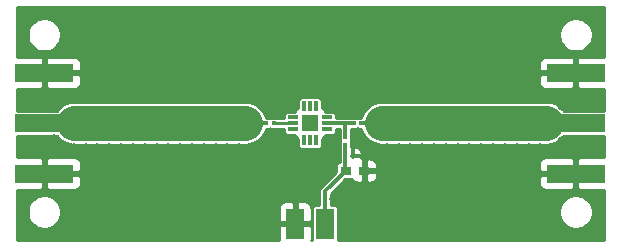
<source format=gbr>
%TF.GenerationSoftware,KiCad,Pcbnew,(5.1.6)-1*%
%TF.CreationDate,2020-10-24T11:52:24+02:00*%
%TF.ProjectId,MW_amplifier,4d575f61-6d70-46c6-9966-6965722e6b69,rev?*%
%TF.SameCoordinates,Original*%
%TF.FileFunction,Copper,L1,Top*%
%TF.FilePolarity,Positive*%
%FSLAX46Y46*%
G04 Gerber Fmt 4.6, Leading zero omitted, Abs format (unit mm)*
G04 Created by KiCad (PCBNEW (5.1.6)-1) date 2020-10-24 11:52:24*
%MOMM*%
%LPD*%
G01*
G04 APERTURE LIST*
%TA.AperFunction,ComponentPad*%
%ADD10R,1.524000X2.540000*%
%TD*%
%TA.AperFunction,SMDPad,CuDef*%
%ADD11R,0.300000X0.300000*%
%TD*%
%TA.AperFunction,SMDPad,CuDef*%
%ADD12R,5.000000X1.500000*%
%TD*%
%TA.AperFunction,SMDPad,CuDef*%
%ADD13R,5.600000X1.500000*%
%TD*%
%TA.AperFunction,SMDPad,CuDef*%
%ADD14R,1.450000X1.450000*%
%TD*%
%TA.AperFunction,SMDPad,CuDef*%
%ADD15R,0.300000X0.850000*%
%TD*%
%TA.AperFunction,SMDPad,CuDef*%
%ADD16R,0.850000X0.300000*%
%TD*%
%TA.AperFunction,SMDPad,CuDef*%
%ADD17R,0.960000X0.800000*%
%TD*%
%TA.AperFunction,ViaPad*%
%ADD18C,0.800000*%
%TD*%
%TA.AperFunction,Conductor*%
%ADD19C,0.250000*%
%TD*%
%TA.AperFunction,Conductor*%
%ADD20C,2.982190*%
%TD*%
%TA.AperFunction,Conductor*%
%ADD21C,0.300000*%
%TD*%
%TA.AperFunction,Conductor*%
%ADD22C,0.254000*%
%TD*%
G04 APERTURE END LIST*
D10*
%TO.P,T1,2*%
%TO.N,GND*%
X148730000Y-108500000D03*
%TO.P,T1,1*%
%TO.N,+5V*%
X151270000Y-108500000D03*
%TD*%
D11*
%TO.P,L1,2*%
%TO.N,Net-(C4-Pad1)*%
X153000000Y-101200000D03*
%TO.P,L1,1*%
%TO.N,+5V*%
X153000000Y-101800000D03*
%TD*%
D12*
%TO.P,J2,2*%
%TO.N,GND*%
X172500000Y-104260000D03*
X172500000Y-95740000D03*
D13*
%TO.P,J2,1*%
%TO.N,Net-(C4-Pad2)*%
X172200000Y-100000000D03*
%TD*%
D12*
%TO.P,J1,2*%
%TO.N,GND*%
X127500000Y-95740000D03*
X127500000Y-104260000D03*
D13*
%TO.P,J1,1*%
%TO.N,Net-(C1-Pad1)*%
X127800000Y-100000000D03*
%TD*%
D14*
%TO.P,PMA3,13*%
%TO.N,GND*%
X150000000Y-100000000D03*
D15*
%TO.P,PMA3,12*%
%TO.N,Net-(IC1-Pad12)*%
X149490000Y-98550000D03*
%TO.P,PMA3,11*%
%TO.N,Net-(IC1-Pad11)*%
X150000000Y-98550000D03*
%TO.P,PMA3,10*%
%TO.N,Net-(IC1-Pad10)*%
X150510000Y-98550000D03*
D16*
%TO.P,PMA3,9*%
%TO.N,Net-(IC1-Pad9)*%
X151450000Y-99490000D03*
%TO.P,PMA3,8*%
%TO.N,Net-(C4-Pad1)*%
X151450000Y-100000000D03*
%TO.P,PMA3,7*%
%TO.N,Net-(IC1-Pad7)*%
X151450000Y-100510000D03*
D15*
%TO.P,PMA3,6*%
%TO.N,Net-(IC1-Pad6)*%
X150510000Y-101450000D03*
%TO.P,PMA3,5*%
%TO.N,Net-(IC1-Pad5)*%
X150000000Y-101450000D03*
%TO.P,PMA3,4*%
%TO.N,Net-(IC1-Pad4)*%
X149490000Y-101450000D03*
D16*
%TO.P,PMA3,3*%
%TO.N,Net-(IC1-Pad3)*%
X148550000Y-100510000D03*
%TO.P,PMA3,2*%
%TO.N,Net-(C1-Pad2)*%
X148550000Y-100000000D03*
%TO.P,PMA3,1*%
%TO.N,Net-(IC1-Pad1)*%
X148550000Y-99490000D03*
%TD*%
D11*
%TO.P,C4,2*%
%TO.N,Net-(C4-Pad2)*%
X154300000Y-100000000D03*
%TO.P,C4,1*%
%TO.N,Net-(C4-Pad1)*%
X153700000Y-100000000D03*
%TD*%
%TO.P,C3,2*%
%TO.N,GND*%
X153600000Y-102743000D03*
%TO.P,C3,1*%
%TO.N,+5V*%
X153000000Y-102743000D03*
%TD*%
D17*
%TO.P,C2,2*%
%TO.N,GND*%
X154587000Y-104013000D03*
%TO.P,C2,1*%
%TO.N,+5V*%
X153007000Y-104013000D03*
%TD*%
D11*
%TO.P,C1,2*%
%TO.N,Net-(C1-Pad2)*%
X146908800Y-99999800D03*
%TO.P,C1,1*%
%TO.N,Net-(C1-Pad1)*%
X146308800Y-99999800D03*
%TD*%
D18*
%TO.N,GND*%
X148750000Y-107600000D03*
X131000000Y-102100000D03*
X149987000Y-100050600D03*
X132000000Y-102100000D03*
X133000000Y-102100000D03*
X134000000Y-102100000D03*
X135000000Y-102100000D03*
X136000000Y-102100000D03*
X137000000Y-102100000D03*
X138000000Y-102100000D03*
X139000000Y-102100000D03*
X140000000Y-102100000D03*
X141000000Y-102100000D03*
X142000000Y-102100000D03*
X143000000Y-102100000D03*
X144000000Y-102100000D03*
X145000000Y-102100000D03*
X130000000Y-102100000D03*
X129100000Y-101900000D03*
X128350000Y-101350000D03*
X128350000Y-98650000D03*
X129100000Y-98100000D03*
X130000000Y-97900000D03*
X131000000Y-97900000D03*
X132000000Y-97900000D03*
X133000000Y-97900000D03*
X134000000Y-97900000D03*
X135000000Y-97900000D03*
X136000000Y-97900000D03*
X137000000Y-97900000D03*
X138000000Y-97900000D03*
X139000000Y-97900000D03*
X140000000Y-97900000D03*
X141000000Y-97900000D03*
X142000000Y-97900000D03*
X143000000Y-97900000D03*
X144000000Y-97900000D03*
X145000000Y-97900000D03*
X145900000Y-98400000D03*
X146500000Y-99200000D03*
X145900000Y-101600000D03*
X146500000Y-100800000D03*
X147400000Y-100800000D03*
X147400000Y-99200000D03*
X147400000Y-101800000D03*
X147400000Y-98200000D03*
X148200000Y-97400000D03*
X148200000Y-102600000D03*
X149200000Y-102600000D03*
X150200000Y-102600000D03*
X151200000Y-102600000D03*
X152200000Y-102600000D03*
X149200000Y-97400000D03*
X150200000Y-97400000D03*
X151200000Y-97400000D03*
X152200000Y-97400000D03*
X152700000Y-98200000D03*
X152900000Y-99200000D03*
X153900000Y-99200000D03*
X154600000Y-98500000D03*
X155500000Y-97900000D03*
X156500000Y-97900000D03*
X153900000Y-100800000D03*
X161500000Y-97900000D03*
X157500000Y-97900000D03*
X158500000Y-97900000D03*
X164500000Y-97900000D03*
X159500000Y-97900000D03*
X160500000Y-97900000D03*
X165500000Y-97900000D03*
X162500000Y-97900000D03*
X163500000Y-97900000D03*
X169500000Y-97900000D03*
X170500000Y-97900000D03*
X166500000Y-97900000D03*
X167500000Y-97900000D03*
X168500000Y-97900000D03*
X166500000Y-102100000D03*
X169500000Y-102100000D03*
X167500000Y-102100000D03*
X165500000Y-102100000D03*
X162500000Y-102100000D03*
X163500000Y-102100000D03*
X168500000Y-102100000D03*
X170500000Y-102100000D03*
X164500000Y-102100000D03*
X159500000Y-102100000D03*
X160500000Y-102100000D03*
X161500000Y-102100000D03*
X157500000Y-102100000D03*
X158500000Y-102100000D03*
X156500000Y-102100000D03*
X155500000Y-102100000D03*
X154600000Y-101500000D03*
X171300000Y-98500000D03*
X171300000Y-101500000D03*
X151900000Y-103500000D03*
X151500000Y-104400000D03*
X150700000Y-105200000D03*
X150500000Y-106400000D03*
X152050000Y-106400000D03*
X152600000Y-105550000D03*
X153450000Y-105050000D03*
X154700000Y-102700000D03*
X154600000Y-105200000D03*
X155800000Y-105000000D03*
X155850000Y-104000000D03*
X155850000Y-103000000D03*
X127500000Y-95740000D03*
X127500000Y-104260000D03*
X172450000Y-104260000D03*
X172500000Y-95740000D03*
%TD*%
D19*
%TO.N,Net-(C1-Pad2)*%
X148549800Y-99999800D02*
X148550000Y-100000000D01*
X146908800Y-99999800D02*
X148549800Y-99999800D01*
D20*
%TO.N,Net-(C1-Pad1)*%
X130000000Y-100000000D02*
X144500000Y-100000000D01*
D21*
X146308600Y-100000000D02*
X146308800Y-99999800D01*
X144000000Y-100000000D02*
X146308600Y-100000000D01*
%TO.N,+5V*%
X153000000Y-101800000D02*
X153000000Y-102743000D01*
X153000000Y-104006000D02*
X153007000Y-104013000D01*
X153000000Y-102743000D02*
X153000000Y-104006000D01*
X151270000Y-105750000D02*
X153007000Y-104013000D01*
X151270000Y-108500000D02*
X151270000Y-105750000D01*
D20*
%TO.N,Net-(C4-Pad2)*%
X170000000Y-100000000D02*
X156100000Y-100000000D01*
D21*
X154300000Y-100000000D02*
X156100000Y-100000000D01*
D19*
%TO.N,Net-(C4-Pad1)*%
X151450200Y-99999800D02*
X151450000Y-100000000D01*
D21*
X153000000Y-100016000D02*
X152984000Y-100000000D01*
X153000000Y-101200000D02*
X153000000Y-100016000D01*
X151450000Y-100000000D02*
X152984000Y-100000000D01*
X152984000Y-100000000D02*
X153700000Y-100000000D01*
%TD*%
D22*
%TO.N,GND*%
G36*
X154024257Y-100453570D02*
G01*
X154085897Y-100472268D01*
X154150000Y-100478582D01*
X154345273Y-100478582D01*
X154412173Y-100699121D01*
X154580996Y-101014966D01*
X154808193Y-101291807D01*
X155085034Y-101519004D01*
X155400879Y-101687827D01*
X155743591Y-101791788D01*
X156010692Y-101818095D01*
X170089308Y-101818095D01*
X170356409Y-101791788D01*
X170699121Y-101687827D01*
X171014966Y-101519004D01*
X171291807Y-101291807D01*
X171466796Y-101078582D01*
X174848001Y-101078582D01*
X174848001Y-102872139D01*
X172785750Y-102875000D01*
X172627000Y-103033750D01*
X172627000Y-104133000D01*
X172647000Y-104133000D01*
X172647000Y-104387000D01*
X172627000Y-104387000D01*
X172627000Y-105486250D01*
X172785750Y-105645000D01*
X174848001Y-105647861D01*
X174848001Y-109848000D01*
X152350052Y-109848000D01*
X152354268Y-109834103D01*
X152360582Y-109770000D01*
X152360582Y-107360620D01*
X171084847Y-107360620D01*
X171084847Y-107639380D01*
X171139231Y-107912785D01*
X171245908Y-108170326D01*
X171400779Y-108402107D01*
X171597893Y-108599221D01*
X171829674Y-108754092D01*
X172087215Y-108860769D01*
X172360620Y-108915153D01*
X172639380Y-108915153D01*
X172912785Y-108860769D01*
X173170326Y-108754092D01*
X173402107Y-108599221D01*
X173599221Y-108402107D01*
X173754092Y-108170326D01*
X173860769Y-107912785D01*
X173915153Y-107639380D01*
X173915153Y-107360620D01*
X173860769Y-107087215D01*
X173754092Y-106829674D01*
X173599221Y-106597893D01*
X173402107Y-106400779D01*
X173170326Y-106245908D01*
X172912785Y-106139231D01*
X172639380Y-106084847D01*
X172360620Y-106084847D01*
X172087215Y-106139231D01*
X171829674Y-106245908D01*
X171597893Y-106400779D01*
X171400779Y-106597893D01*
X171245908Y-106829674D01*
X171139231Y-107087215D01*
X171084847Y-107360620D01*
X152360582Y-107360620D01*
X152360582Y-107230000D01*
X152354268Y-107165897D01*
X152335570Y-107104257D01*
X152305206Y-107047450D01*
X152264343Y-106997657D01*
X152214550Y-106956794D01*
X152157743Y-106926430D01*
X152096103Y-106907732D01*
X152032000Y-106901418D01*
X151747000Y-106901418D01*
X151747000Y-105947579D01*
X152952998Y-104741582D01*
X153487000Y-104741582D01*
X153551103Y-104735268D01*
X153558103Y-104733145D01*
X153576463Y-104767494D01*
X153655815Y-104864185D01*
X153752506Y-104943537D01*
X153862820Y-105002502D01*
X153982518Y-105038812D01*
X154107000Y-105051072D01*
X154301250Y-105048000D01*
X154460000Y-104889250D01*
X154460000Y-104140000D01*
X154714000Y-104140000D01*
X154714000Y-104889250D01*
X154872750Y-105048000D01*
X155067000Y-105051072D01*
X155191482Y-105038812D01*
X155286462Y-105010000D01*
X169361928Y-105010000D01*
X169374188Y-105134482D01*
X169410498Y-105254180D01*
X169469463Y-105364494D01*
X169548815Y-105461185D01*
X169645506Y-105540537D01*
X169755820Y-105599502D01*
X169875518Y-105635812D01*
X170000000Y-105648072D01*
X172214250Y-105645000D01*
X172373000Y-105486250D01*
X172373000Y-104387000D01*
X169523750Y-104387000D01*
X169365000Y-104545750D01*
X169361928Y-105010000D01*
X155286462Y-105010000D01*
X155311180Y-105002502D01*
X155421494Y-104943537D01*
X155518185Y-104864185D01*
X155597537Y-104767494D01*
X155656502Y-104657180D01*
X155692812Y-104537482D01*
X155705072Y-104413000D01*
X155702000Y-104298750D01*
X155543250Y-104140000D01*
X154714000Y-104140000D01*
X154460000Y-104140000D01*
X154440000Y-104140000D01*
X154440000Y-103886000D01*
X154460000Y-103886000D01*
X154460000Y-103136750D01*
X154714000Y-103136750D01*
X154714000Y-103886000D01*
X155543250Y-103886000D01*
X155702000Y-103727250D01*
X155705072Y-103613000D01*
X155694928Y-103510000D01*
X169361928Y-103510000D01*
X169365000Y-103974250D01*
X169523750Y-104133000D01*
X172373000Y-104133000D01*
X172373000Y-103033750D01*
X172214250Y-102875000D01*
X170000000Y-102871928D01*
X169875518Y-102884188D01*
X169755820Y-102920498D01*
X169645506Y-102979463D01*
X169548815Y-103058815D01*
X169469463Y-103155506D01*
X169410498Y-103265820D01*
X169374188Y-103385518D01*
X169361928Y-103510000D01*
X155694928Y-103510000D01*
X155692812Y-103488518D01*
X155656502Y-103368820D01*
X155597537Y-103258506D01*
X155518185Y-103161815D01*
X155421494Y-103082463D01*
X155311180Y-103023498D01*
X155191482Y-102987188D01*
X155067000Y-102974928D01*
X154872750Y-102978000D01*
X154714000Y-103136750D01*
X154460000Y-103136750D01*
X154366992Y-103043742D01*
X154379676Y-102996171D01*
X154385000Y-102924750D01*
X154226250Y-102766000D01*
X153623000Y-102766000D01*
X153623000Y-102890000D01*
X153577000Y-102890000D01*
X153577000Y-102766000D01*
X153478582Y-102766000D01*
X153478582Y-102720000D01*
X153577000Y-102720000D01*
X153577000Y-102116750D01*
X153623000Y-102116750D01*
X153623000Y-102720000D01*
X154226250Y-102720000D01*
X154385000Y-102561250D01*
X154379676Y-102489829D01*
X154347449Y-102368967D01*
X154292263Y-102256716D01*
X154216237Y-102157387D01*
X154122295Y-102074799D01*
X154014045Y-102012125D01*
X153895649Y-101971773D01*
X153781750Y-101958000D01*
X153623000Y-102116750D01*
X153577000Y-102116750D01*
X153477000Y-102016750D01*
X153477000Y-101966061D01*
X153478582Y-101950000D01*
X153478582Y-101650000D01*
X153472268Y-101585897D01*
X153453570Y-101524257D01*
X153440604Y-101500000D01*
X153453570Y-101475743D01*
X153472268Y-101414103D01*
X153478582Y-101350000D01*
X153478582Y-101050000D01*
X153477000Y-101033939D01*
X153477000Y-100477000D01*
X153533939Y-100477000D01*
X153550000Y-100478582D01*
X153850000Y-100478582D01*
X153914103Y-100472268D01*
X153975743Y-100453570D01*
X154000000Y-100440604D01*
X154024257Y-100453570D01*
G37*
X154024257Y-100453570D02*
X154085897Y-100472268D01*
X154150000Y-100478582D01*
X154345273Y-100478582D01*
X154412173Y-100699121D01*
X154580996Y-101014966D01*
X154808193Y-101291807D01*
X155085034Y-101519004D01*
X155400879Y-101687827D01*
X155743591Y-101791788D01*
X156010692Y-101818095D01*
X170089308Y-101818095D01*
X170356409Y-101791788D01*
X170699121Y-101687827D01*
X171014966Y-101519004D01*
X171291807Y-101291807D01*
X171466796Y-101078582D01*
X174848001Y-101078582D01*
X174848001Y-102872139D01*
X172785750Y-102875000D01*
X172627000Y-103033750D01*
X172627000Y-104133000D01*
X172647000Y-104133000D01*
X172647000Y-104387000D01*
X172627000Y-104387000D01*
X172627000Y-105486250D01*
X172785750Y-105645000D01*
X174848001Y-105647861D01*
X174848001Y-109848000D01*
X152350052Y-109848000D01*
X152354268Y-109834103D01*
X152360582Y-109770000D01*
X152360582Y-107360620D01*
X171084847Y-107360620D01*
X171084847Y-107639380D01*
X171139231Y-107912785D01*
X171245908Y-108170326D01*
X171400779Y-108402107D01*
X171597893Y-108599221D01*
X171829674Y-108754092D01*
X172087215Y-108860769D01*
X172360620Y-108915153D01*
X172639380Y-108915153D01*
X172912785Y-108860769D01*
X173170326Y-108754092D01*
X173402107Y-108599221D01*
X173599221Y-108402107D01*
X173754092Y-108170326D01*
X173860769Y-107912785D01*
X173915153Y-107639380D01*
X173915153Y-107360620D01*
X173860769Y-107087215D01*
X173754092Y-106829674D01*
X173599221Y-106597893D01*
X173402107Y-106400779D01*
X173170326Y-106245908D01*
X172912785Y-106139231D01*
X172639380Y-106084847D01*
X172360620Y-106084847D01*
X172087215Y-106139231D01*
X171829674Y-106245908D01*
X171597893Y-106400779D01*
X171400779Y-106597893D01*
X171245908Y-106829674D01*
X171139231Y-107087215D01*
X171084847Y-107360620D01*
X152360582Y-107360620D01*
X152360582Y-107230000D01*
X152354268Y-107165897D01*
X152335570Y-107104257D01*
X152305206Y-107047450D01*
X152264343Y-106997657D01*
X152214550Y-106956794D01*
X152157743Y-106926430D01*
X152096103Y-106907732D01*
X152032000Y-106901418D01*
X151747000Y-106901418D01*
X151747000Y-105947579D01*
X152952998Y-104741582D01*
X153487000Y-104741582D01*
X153551103Y-104735268D01*
X153558103Y-104733145D01*
X153576463Y-104767494D01*
X153655815Y-104864185D01*
X153752506Y-104943537D01*
X153862820Y-105002502D01*
X153982518Y-105038812D01*
X154107000Y-105051072D01*
X154301250Y-105048000D01*
X154460000Y-104889250D01*
X154460000Y-104140000D01*
X154714000Y-104140000D01*
X154714000Y-104889250D01*
X154872750Y-105048000D01*
X155067000Y-105051072D01*
X155191482Y-105038812D01*
X155286462Y-105010000D01*
X169361928Y-105010000D01*
X169374188Y-105134482D01*
X169410498Y-105254180D01*
X169469463Y-105364494D01*
X169548815Y-105461185D01*
X169645506Y-105540537D01*
X169755820Y-105599502D01*
X169875518Y-105635812D01*
X170000000Y-105648072D01*
X172214250Y-105645000D01*
X172373000Y-105486250D01*
X172373000Y-104387000D01*
X169523750Y-104387000D01*
X169365000Y-104545750D01*
X169361928Y-105010000D01*
X155286462Y-105010000D01*
X155311180Y-105002502D01*
X155421494Y-104943537D01*
X155518185Y-104864185D01*
X155597537Y-104767494D01*
X155656502Y-104657180D01*
X155692812Y-104537482D01*
X155705072Y-104413000D01*
X155702000Y-104298750D01*
X155543250Y-104140000D01*
X154714000Y-104140000D01*
X154460000Y-104140000D01*
X154440000Y-104140000D01*
X154440000Y-103886000D01*
X154460000Y-103886000D01*
X154460000Y-103136750D01*
X154714000Y-103136750D01*
X154714000Y-103886000D01*
X155543250Y-103886000D01*
X155702000Y-103727250D01*
X155705072Y-103613000D01*
X155694928Y-103510000D01*
X169361928Y-103510000D01*
X169365000Y-103974250D01*
X169523750Y-104133000D01*
X172373000Y-104133000D01*
X172373000Y-103033750D01*
X172214250Y-102875000D01*
X170000000Y-102871928D01*
X169875518Y-102884188D01*
X169755820Y-102920498D01*
X169645506Y-102979463D01*
X169548815Y-103058815D01*
X169469463Y-103155506D01*
X169410498Y-103265820D01*
X169374188Y-103385518D01*
X169361928Y-103510000D01*
X155694928Y-103510000D01*
X155692812Y-103488518D01*
X155656502Y-103368820D01*
X155597537Y-103258506D01*
X155518185Y-103161815D01*
X155421494Y-103082463D01*
X155311180Y-103023498D01*
X155191482Y-102987188D01*
X155067000Y-102974928D01*
X154872750Y-102978000D01*
X154714000Y-103136750D01*
X154460000Y-103136750D01*
X154366992Y-103043742D01*
X154379676Y-102996171D01*
X154385000Y-102924750D01*
X154226250Y-102766000D01*
X153623000Y-102766000D01*
X153623000Y-102890000D01*
X153577000Y-102890000D01*
X153577000Y-102766000D01*
X153478582Y-102766000D01*
X153478582Y-102720000D01*
X153577000Y-102720000D01*
X153577000Y-102116750D01*
X153623000Y-102116750D01*
X153623000Y-102720000D01*
X154226250Y-102720000D01*
X154385000Y-102561250D01*
X154379676Y-102489829D01*
X154347449Y-102368967D01*
X154292263Y-102256716D01*
X154216237Y-102157387D01*
X154122295Y-102074799D01*
X154014045Y-102012125D01*
X153895649Y-101971773D01*
X153781750Y-101958000D01*
X153623000Y-102116750D01*
X153577000Y-102116750D01*
X153477000Y-102016750D01*
X153477000Y-101966061D01*
X153478582Y-101950000D01*
X153478582Y-101650000D01*
X153472268Y-101585897D01*
X153453570Y-101524257D01*
X153440604Y-101500000D01*
X153453570Y-101475743D01*
X153472268Y-101414103D01*
X153478582Y-101350000D01*
X153478582Y-101050000D01*
X153477000Y-101033939D01*
X153477000Y-100477000D01*
X153533939Y-100477000D01*
X153550000Y-100478582D01*
X153850000Y-100478582D01*
X153914103Y-100472268D01*
X153975743Y-100453570D01*
X154000000Y-100440604D01*
X154024257Y-100453570D01*
G36*
X146633057Y-100453370D02*
G01*
X146694697Y-100472068D01*
X146758800Y-100478382D01*
X147058800Y-100478382D01*
X147122903Y-100472068D01*
X147184543Y-100453370D01*
X147187480Y-100451800D01*
X147796418Y-100451800D01*
X147796418Y-100660000D01*
X147802732Y-100724103D01*
X147821430Y-100785743D01*
X147851794Y-100842550D01*
X147892657Y-100892343D01*
X147942450Y-100933206D01*
X147999257Y-100963570D01*
X148060897Y-100982268D01*
X148125000Y-100988582D01*
X148695869Y-100988582D01*
X148744463Y-101079494D01*
X148823815Y-101176185D01*
X148920506Y-101255537D01*
X149011418Y-101304131D01*
X149011418Y-101875000D01*
X149017732Y-101939103D01*
X149036430Y-102000743D01*
X149066794Y-102057550D01*
X149107657Y-102107343D01*
X149157450Y-102148206D01*
X149214257Y-102178570D01*
X149275897Y-102197268D01*
X149340000Y-102203582D01*
X149640000Y-102203582D01*
X149704103Y-102197268D01*
X149745000Y-102184862D01*
X149785897Y-102197268D01*
X149850000Y-102203582D01*
X150150000Y-102203582D01*
X150214103Y-102197268D01*
X150255000Y-102184862D01*
X150295897Y-102197268D01*
X150360000Y-102203582D01*
X150660000Y-102203582D01*
X150724103Y-102197268D01*
X150785743Y-102178570D01*
X150842550Y-102148206D01*
X150892343Y-102107343D01*
X150933206Y-102057550D01*
X150963570Y-102000743D01*
X150982268Y-101939103D01*
X150988582Y-101875000D01*
X150988582Y-101304131D01*
X151079494Y-101255537D01*
X151176185Y-101176185D01*
X151255537Y-101079494D01*
X151304131Y-100988582D01*
X151875000Y-100988582D01*
X151939103Y-100982268D01*
X152000743Y-100963570D01*
X152057550Y-100933206D01*
X152107343Y-100892343D01*
X152148206Y-100842550D01*
X152178570Y-100785743D01*
X152197268Y-100724103D01*
X152203582Y-100660000D01*
X152203582Y-100477000D01*
X152523001Y-100477000D01*
X152523000Y-101033937D01*
X152521418Y-101050000D01*
X152521418Y-101350000D01*
X152527732Y-101414103D01*
X152546430Y-101475743D01*
X152559396Y-101500000D01*
X152546430Y-101524257D01*
X152527732Y-101585897D01*
X152521418Y-101650000D01*
X152521418Y-101950000D01*
X152523000Y-101966063D01*
X152523001Y-102576931D01*
X152521418Y-102593000D01*
X152521418Y-102893000D01*
X152523000Y-102909063D01*
X152523000Y-103284812D01*
X152462897Y-103290732D01*
X152401257Y-103309430D01*
X152344450Y-103339794D01*
X152294657Y-103380657D01*
X152253794Y-103430450D01*
X152223430Y-103487257D01*
X152204732Y-103548897D01*
X152198418Y-103613000D01*
X152198418Y-104147002D01*
X150949271Y-105396150D01*
X150931080Y-105411079D01*
X150871472Y-105483711D01*
X150870115Y-105486250D01*
X150827178Y-105566578D01*
X150799903Y-105656493D01*
X150790694Y-105750000D01*
X150793001Y-105773425D01*
X150793001Y-106901418D01*
X150508000Y-106901418D01*
X150443897Y-106907732D01*
X150382257Y-106926430D01*
X150325450Y-106956794D01*
X150275657Y-106997657D01*
X150234794Y-107047450D01*
X150204430Y-107104257D01*
X150185732Y-107165897D01*
X150179418Y-107230000D01*
X150179418Y-109770000D01*
X150185732Y-109834103D01*
X150189948Y-109848000D01*
X150122390Y-109848000D01*
X150130072Y-109770000D01*
X150127000Y-108785750D01*
X149968250Y-108627000D01*
X148857000Y-108627000D01*
X148857000Y-108647000D01*
X148603000Y-108647000D01*
X148603000Y-108627000D01*
X147491750Y-108627000D01*
X147333000Y-108785750D01*
X147329928Y-109770000D01*
X147337610Y-109848000D01*
X125152000Y-109848000D01*
X125152000Y-107360620D01*
X126084847Y-107360620D01*
X126084847Y-107639380D01*
X126139231Y-107912785D01*
X126245908Y-108170326D01*
X126400779Y-108402107D01*
X126597893Y-108599221D01*
X126829674Y-108754092D01*
X127087215Y-108860769D01*
X127360620Y-108915153D01*
X127639380Y-108915153D01*
X127912785Y-108860769D01*
X128170326Y-108754092D01*
X128402107Y-108599221D01*
X128599221Y-108402107D01*
X128754092Y-108170326D01*
X128860769Y-107912785D01*
X128915153Y-107639380D01*
X128915153Y-107360620D01*
X128889171Y-107230000D01*
X147329928Y-107230000D01*
X147333000Y-108214250D01*
X147491750Y-108373000D01*
X148603000Y-108373000D01*
X148603000Y-106753750D01*
X148857000Y-106753750D01*
X148857000Y-108373000D01*
X149968250Y-108373000D01*
X150127000Y-108214250D01*
X150130072Y-107230000D01*
X150117812Y-107105518D01*
X150081502Y-106985820D01*
X150022537Y-106875506D01*
X149943185Y-106778815D01*
X149846494Y-106699463D01*
X149736180Y-106640498D01*
X149616482Y-106604188D01*
X149492000Y-106591928D01*
X149015750Y-106595000D01*
X148857000Y-106753750D01*
X148603000Y-106753750D01*
X148444250Y-106595000D01*
X147968000Y-106591928D01*
X147843518Y-106604188D01*
X147723820Y-106640498D01*
X147613506Y-106699463D01*
X147516815Y-106778815D01*
X147437463Y-106875506D01*
X147378498Y-106985820D01*
X147342188Y-107105518D01*
X147329928Y-107230000D01*
X128889171Y-107230000D01*
X128860769Y-107087215D01*
X128754092Y-106829674D01*
X128599221Y-106597893D01*
X128402107Y-106400779D01*
X128170326Y-106245908D01*
X127912785Y-106139231D01*
X127639380Y-106084847D01*
X127360620Y-106084847D01*
X127087215Y-106139231D01*
X126829674Y-106245908D01*
X126597893Y-106400779D01*
X126400779Y-106597893D01*
X126245908Y-106829674D01*
X126139231Y-107087215D01*
X126084847Y-107360620D01*
X125152000Y-107360620D01*
X125152000Y-105647861D01*
X127214250Y-105645000D01*
X127373000Y-105486250D01*
X127373000Y-104387000D01*
X127627000Y-104387000D01*
X127627000Y-105486250D01*
X127785750Y-105645000D01*
X130000000Y-105648072D01*
X130124482Y-105635812D01*
X130244180Y-105599502D01*
X130354494Y-105540537D01*
X130451185Y-105461185D01*
X130530537Y-105364494D01*
X130589502Y-105254180D01*
X130625812Y-105134482D01*
X130638072Y-105010000D01*
X130635000Y-104545750D01*
X130476250Y-104387000D01*
X127627000Y-104387000D01*
X127373000Y-104387000D01*
X127353000Y-104387000D01*
X127353000Y-104133000D01*
X127373000Y-104133000D01*
X127373000Y-103033750D01*
X127627000Y-103033750D01*
X127627000Y-104133000D01*
X130476250Y-104133000D01*
X130635000Y-103974250D01*
X130638072Y-103510000D01*
X130625812Y-103385518D01*
X130589502Y-103265820D01*
X130530537Y-103155506D01*
X130451185Y-103058815D01*
X130354494Y-102979463D01*
X130244180Y-102920498D01*
X130124482Y-102884188D01*
X130000000Y-102871928D01*
X127785750Y-102875000D01*
X127627000Y-103033750D01*
X127373000Y-103033750D01*
X127214250Y-102875000D01*
X125152000Y-102872139D01*
X125152000Y-101078582D01*
X128533204Y-101078582D01*
X128708193Y-101291807D01*
X128985034Y-101519004D01*
X129300879Y-101687827D01*
X129643591Y-101791788D01*
X129910692Y-101818095D01*
X144589308Y-101818095D01*
X144856409Y-101791788D01*
X145199121Y-101687827D01*
X145514966Y-101519004D01*
X145791807Y-101291807D01*
X146019004Y-101014966D01*
X146187827Y-100699121D01*
X146254788Y-100478382D01*
X146299218Y-100478382D01*
X146308600Y-100479306D01*
X146317982Y-100478382D01*
X146458800Y-100478382D01*
X146522903Y-100472068D01*
X146584543Y-100453370D01*
X146608800Y-100440404D01*
X146633057Y-100453370D01*
G37*
X146633057Y-100453370D02*
X146694697Y-100472068D01*
X146758800Y-100478382D01*
X147058800Y-100478382D01*
X147122903Y-100472068D01*
X147184543Y-100453370D01*
X147187480Y-100451800D01*
X147796418Y-100451800D01*
X147796418Y-100660000D01*
X147802732Y-100724103D01*
X147821430Y-100785743D01*
X147851794Y-100842550D01*
X147892657Y-100892343D01*
X147942450Y-100933206D01*
X147999257Y-100963570D01*
X148060897Y-100982268D01*
X148125000Y-100988582D01*
X148695869Y-100988582D01*
X148744463Y-101079494D01*
X148823815Y-101176185D01*
X148920506Y-101255537D01*
X149011418Y-101304131D01*
X149011418Y-101875000D01*
X149017732Y-101939103D01*
X149036430Y-102000743D01*
X149066794Y-102057550D01*
X149107657Y-102107343D01*
X149157450Y-102148206D01*
X149214257Y-102178570D01*
X149275897Y-102197268D01*
X149340000Y-102203582D01*
X149640000Y-102203582D01*
X149704103Y-102197268D01*
X149745000Y-102184862D01*
X149785897Y-102197268D01*
X149850000Y-102203582D01*
X150150000Y-102203582D01*
X150214103Y-102197268D01*
X150255000Y-102184862D01*
X150295897Y-102197268D01*
X150360000Y-102203582D01*
X150660000Y-102203582D01*
X150724103Y-102197268D01*
X150785743Y-102178570D01*
X150842550Y-102148206D01*
X150892343Y-102107343D01*
X150933206Y-102057550D01*
X150963570Y-102000743D01*
X150982268Y-101939103D01*
X150988582Y-101875000D01*
X150988582Y-101304131D01*
X151079494Y-101255537D01*
X151176185Y-101176185D01*
X151255537Y-101079494D01*
X151304131Y-100988582D01*
X151875000Y-100988582D01*
X151939103Y-100982268D01*
X152000743Y-100963570D01*
X152057550Y-100933206D01*
X152107343Y-100892343D01*
X152148206Y-100842550D01*
X152178570Y-100785743D01*
X152197268Y-100724103D01*
X152203582Y-100660000D01*
X152203582Y-100477000D01*
X152523001Y-100477000D01*
X152523000Y-101033937D01*
X152521418Y-101050000D01*
X152521418Y-101350000D01*
X152527732Y-101414103D01*
X152546430Y-101475743D01*
X152559396Y-101500000D01*
X152546430Y-101524257D01*
X152527732Y-101585897D01*
X152521418Y-101650000D01*
X152521418Y-101950000D01*
X152523000Y-101966063D01*
X152523001Y-102576931D01*
X152521418Y-102593000D01*
X152521418Y-102893000D01*
X152523000Y-102909063D01*
X152523000Y-103284812D01*
X152462897Y-103290732D01*
X152401257Y-103309430D01*
X152344450Y-103339794D01*
X152294657Y-103380657D01*
X152253794Y-103430450D01*
X152223430Y-103487257D01*
X152204732Y-103548897D01*
X152198418Y-103613000D01*
X152198418Y-104147002D01*
X150949271Y-105396150D01*
X150931080Y-105411079D01*
X150871472Y-105483711D01*
X150870115Y-105486250D01*
X150827178Y-105566578D01*
X150799903Y-105656493D01*
X150790694Y-105750000D01*
X150793001Y-105773425D01*
X150793001Y-106901418D01*
X150508000Y-106901418D01*
X150443897Y-106907732D01*
X150382257Y-106926430D01*
X150325450Y-106956794D01*
X150275657Y-106997657D01*
X150234794Y-107047450D01*
X150204430Y-107104257D01*
X150185732Y-107165897D01*
X150179418Y-107230000D01*
X150179418Y-109770000D01*
X150185732Y-109834103D01*
X150189948Y-109848000D01*
X150122390Y-109848000D01*
X150130072Y-109770000D01*
X150127000Y-108785750D01*
X149968250Y-108627000D01*
X148857000Y-108627000D01*
X148857000Y-108647000D01*
X148603000Y-108647000D01*
X148603000Y-108627000D01*
X147491750Y-108627000D01*
X147333000Y-108785750D01*
X147329928Y-109770000D01*
X147337610Y-109848000D01*
X125152000Y-109848000D01*
X125152000Y-107360620D01*
X126084847Y-107360620D01*
X126084847Y-107639380D01*
X126139231Y-107912785D01*
X126245908Y-108170326D01*
X126400779Y-108402107D01*
X126597893Y-108599221D01*
X126829674Y-108754092D01*
X127087215Y-108860769D01*
X127360620Y-108915153D01*
X127639380Y-108915153D01*
X127912785Y-108860769D01*
X128170326Y-108754092D01*
X128402107Y-108599221D01*
X128599221Y-108402107D01*
X128754092Y-108170326D01*
X128860769Y-107912785D01*
X128915153Y-107639380D01*
X128915153Y-107360620D01*
X128889171Y-107230000D01*
X147329928Y-107230000D01*
X147333000Y-108214250D01*
X147491750Y-108373000D01*
X148603000Y-108373000D01*
X148603000Y-106753750D01*
X148857000Y-106753750D01*
X148857000Y-108373000D01*
X149968250Y-108373000D01*
X150127000Y-108214250D01*
X150130072Y-107230000D01*
X150117812Y-107105518D01*
X150081502Y-106985820D01*
X150022537Y-106875506D01*
X149943185Y-106778815D01*
X149846494Y-106699463D01*
X149736180Y-106640498D01*
X149616482Y-106604188D01*
X149492000Y-106591928D01*
X149015750Y-106595000D01*
X148857000Y-106753750D01*
X148603000Y-106753750D01*
X148444250Y-106595000D01*
X147968000Y-106591928D01*
X147843518Y-106604188D01*
X147723820Y-106640498D01*
X147613506Y-106699463D01*
X147516815Y-106778815D01*
X147437463Y-106875506D01*
X147378498Y-106985820D01*
X147342188Y-107105518D01*
X147329928Y-107230000D01*
X128889171Y-107230000D01*
X128860769Y-107087215D01*
X128754092Y-106829674D01*
X128599221Y-106597893D01*
X128402107Y-106400779D01*
X128170326Y-106245908D01*
X127912785Y-106139231D01*
X127639380Y-106084847D01*
X127360620Y-106084847D01*
X127087215Y-106139231D01*
X126829674Y-106245908D01*
X126597893Y-106400779D01*
X126400779Y-106597893D01*
X126245908Y-106829674D01*
X126139231Y-107087215D01*
X126084847Y-107360620D01*
X125152000Y-107360620D01*
X125152000Y-105647861D01*
X127214250Y-105645000D01*
X127373000Y-105486250D01*
X127373000Y-104387000D01*
X127627000Y-104387000D01*
X127627000Y-105486250D01*
X127785750Y-105645000D01*
X130000000Y-105648072D01*
X130124482Y-105635812D01*
X130244180Y-105599502D01*
X130354494Y-105540537D01*
X130451185Y-105461185D01*
X130530537Y-105364494D01*
X130589502Y-105254180D01*
X130625812Y-105134482D01*
X130638072Y-105010000D01*
X130635000Y-104545750D01*
X130476250Y-104387000D01*
X127627000Y-104387000D01*
X127373000Y-104387000D01*
X127353000Y-104387000D01*
X127353000Y-104133000D01*
X127373000Y-104133000D01*
X127373000Y-103033750D01*
X127627000Y-103033750D01*
X127627000Y-104133000D01*
X130476250Y-104133000D01*
X130635000Y-103974250D01*
X130638072Y-103510000D01*
X130625812Y-103385518D01*
X130589502Y-103265820D01*
X130530537Y-103155506D01*
X130451185Y-103058815D01*
X130354494Y-102979463D01*
X130244180Y-102920498D01*
X130124482Y-102884188D01*
X130000000Y-102871928D01*
X127785750Y-102875000D01*
X127627000Y-103033750D01*
X127373000Y-103033750D01*
X127214250Y-102875000D01*
X125152000Y-102872139D01*
X125152000Y-101078582D01*
X128533204Y-101078582D01*
X128708193Y-101291807D01*
X128985034Y-101519004D01*
X129300879Y-101687827D01*
X129643591Y-101791788D01*
X129910692Y-101818095D01*
X144589308Y-101818095D01*
X144856409Y-101791788D01*
X145199121Y-101687827D01*
X145514966Y-101519004D01*
X145791807Y-101291807D01*
X146019004Y-101014966D01*
X146187827Y-100699121D01*
X146254788Y-100478382D01*
X146299218Y-100478382D01*
X146308600Y-100479306D01*
X146317982Y-100478382D01*
X146458800Y-100478382D01*
X146522903Y-100472068D01*
X146584543Y-100453370D01*
X146608800Y-100440404D01*
X146633057Y-100453370D01*
G36*
X150127000Y-99873000D02*
G01*
X150147000Y-99873000D01*
X150147000Y-100127000D01*
X150127000Y-100127000D01*
X150127000Y-100147000D01*
X149873000Y-100147000D01*
X149873000Y-100127000D01*
X149853000Y-100127000D01*
X149853000Y-99873000D01*
X149873000Y-99873000D01*
X149873000Y-99853000D01*
X150127000Y-99853000D01*
X150127000Y-99873000D01*
G37*
X150127000Y-99873000D02*
X150147000Y-99873000D01*
X150147000Y-100127000D01*
X150127000Y-100127000D01*
X150127000Y-100147000D01*
X149873000Y-100147000D01*
X149873000Y-100127000D01*
X149853000Y-100127000D01*
X149853000Y-99873000D01*
X149873000Y-99873000D01*
X149873000Y-99853000D01*
X150127000Y-99853000D01*
X150127000Y-99873000D01*
G36*
X174848000Y-94352139D02*
G01*
X172785750Y-94355000D01*
X172627000Y-94513750D01*
X172627000Y-95613000D01*
X172647000Y-95613000D01*
X172647000Y-95867000D01*
X172627000Y-95867000D01*
X172627000Y-96966250D01*
X172785750Y-97125000D01*
X174848000Y-97127861D01*
X174848000Y-98921418D01*
X171466796Y-98921418D01*
X171291807Y-98708193D01*
X171014966Y-98480996D01*
X170699121Y-98312173D01*
X170356409Y-98208212D01*
X170089308Y-98181905D01*
X156010692Y-98181905D01*
X155743591Y-98208212D01*
X155400879Y-98312173D01*
X155085034Y-98480996D01*
X154808193Y-98708193D01*
X154580996Y-98985034D01*
X154412173Y-99300879D01*
X154345273Y-99521418D01*
X154150000Y-99521418D01*
X154085897Y-99527732D01*
X154024257Y-99546430D01*
X154000000Y-99559396D01*
X153975743Y-99546430D01*
X153914103Y-99527732D01*
X153850000Y-99521418D01*
X153550000Y-99521418D01*
X153533939Y-99523000D01*
X153007415Y-99523000D01*
X152984000Y-99520694D01*
X152960585Y-99523000D01*
X152203582Y-99523000D01*
X152203582Y-99340000D01*
X152197268Y-99275897D01*
X152178570Y-99214257D01*
X152148206Y-99157450D01*
X152107343Y-99107657D01*
X152057550Y-99066794D01*
X152000743Y-99036430D01*
X151939103Y-99017732D01*
X151875000Y-99011418D01*
X151304131Y-99011418D01*
X151255537Y-98920506D01*
X151176185Y-98823815D01*
X151079494Y-98744463D01*
X150988582Y-98695869D01*
X150988582Y-98125000D01*
X150982268Y-98060897D01*
X150963570Y-97999257D01*
X150933206Y-97942450D01*
X150892343Y-97892657D01*
X150842550Y-97851794D01*
X150785743Y-97821430D01*
X150724103Y-97802732D01*
X150660000Y-97796418D01*
X150360000Y-97796418D01*
X150295897Y-97802732D01*
X150255000Y-97815138D01*
X150214103Y-97802732D01*
X150150000Y-97796418D01*
X149850000Y-97796418D01*
X149785897Y-97802732D01*
X149745000Y-97815138D01*
X149704103Y-97802732D01*
X149640000Y-97796418D01*
X149340000Y-97796418D01*
X149275897Y-97802732D01*
X149214257Y-97821430D01*
X149157450Y-97851794D01*
X149107657Y-97892657D01*
X149066794Y-97942450D01*
X149036430Y-97999257D01*
X149017732Y-98060897D01*
X149011418Y-98125000D01*
X149011418Y-98695869D01*
X148920506Y-98744463D01*
X148823815Y-98823815D01*
X148744463Y-98920506D01*
X148695869Y-99011418D01*
X148125000Y-99011418D01*
X148060897Y-99017732D01*
X147999257Y-99036430D01*
X147942450Y-99066794D01*
X147892657Y-99107657D01*
X147851794Y-99157450D01*
X147821430Y-99214257D01*
X147802732Y-99275897D01*
X147796418Y-99340000D01*
X147796418Y-99547800D01*
X147187480Y-99547800D01*
X147184543Y-99546230D01*
X147122903Y-99527532D01*
X147058800Y-99521218D01*
X146758800Y-99521218D01*
X146694697Y-99527532D01*
X146633057Y-99546230D01*
X146608800Y-99559196D01*
X146584543Y-99546230D01*
X146522903Y-99527532D01*
X146458800Y-99521218D01*
X146316151Y-99521218D01*
X146308800Y-99520494D01*
X146301449Y-99521218D01*
X146254666Y-99521218D01*
X146187827Y-99300879D01*
X146019004Y-98985034D01*
X145791807Y-98708193D01*
X145514966Y-98480996D01*
X145199121Y-98312173D01*
X144856409Y-98208212D01*
X144589308Y-98181905D01*
X129910692Y-98181905D01*
X129643591Y-98208212D01*
X129300879Y-98312173D01*
X128985034Y-98480996D01*
X128708193Y-98708193D01*
X128533204Y-98921418D01*
X125152000Y-98921418D01*
X125152000Y-97127861D01*
X127214250Y-97125000D01*
X127373000Y-96966250D01*
X127373000Y-95867000D01*
X127627000Y-95867000D01*
X127627000Y-96966250D01*
X127785750Y-97125000D01*
X130000000Y-97128072D01*
X130124482Y-97115812D01*
X130244180Y-97079502D01*
X130354494Y-97020537D01*
X130451185Y-96941185D01*
X130530537Y-96844494D01*
X130589502Y-96734180D01*
X130625812Y-96614482D01*
X130638072Y-96490000D01*
X169361928Y-96490000D01*
X169374188Y-96614482D01*
X169410498Y-96734180D01*
X169469463Y-96844494D01*
X169548815Y-96941185D01*
X169645506Y-97020537D01*
X169755820Y-97079502D01*
X169875518Y-97115812D01*
X170000000Y-97128072D01*
X172214250Y-97125000D01*
X172373000Y-96966250D01*
X172373000Y-95867000D01*
X169523750Y-95867000D01*
X169365000Y-96025750D01*
X169361928Y-96490000D01*
X130638072Y-96490000D01*
X130635000Y-96025750D01*
X130476250Y-95867000D01*
X127627000Y-95867000D01*
X127373000Y-95867000D01*
X127353000Y-95867000D01*
X127353000Y-95613000D01*
X127373000Y-95613000D01*
X127373000Y-94513750D01*
X127627000Y-94513750D01*
X127627000Y-95613000D01*
X130476250Y-95613000D01*
X130635000Y-95454250D01*
X130638072Y-94990000D01*
X169361928Y-94990000D01*
X169365000Y-95454250D01*
X169523750Y-95613000D01*
X172373000Y-95613000D01*
X172373000Y-94513750D01*
X172214250Y-94355000D01*
X170000000Y-94351928D01*
X169875518Y-94364188D01*
X169755820Y-94400498D01*
X169645506Y-94459463D01*
X169548815Y-94538815D01*
X169469463Y-94635506D01*
X169410498Y-94745820D01*
X169374188Y-94865518D01*
X169361928Y-94990000D01*
X130638072Y-94990000D01*
X130625812Y-94865518D01*
X130589502Y-94745820D01*
X130530537Y-94635506D01*
X130451185Y-94538815D01*
X130354494Y-94459463D01*
X130244180Y-94400498D01*
X130124482Y-94364188D01*
X130000000Y-94351928D01*
X127785750Y-94355000D01*
X127627000Y-94513750D01*
X127373000Y-94513750D01*
X127214250Y-94355000D01*
X125152000Y-94352139D01*
X125152000Y-92360620D01*
X126084847Y-92360620D01*
X126084847Y-92639380D01*
X126139231Y-92912785D01*
X126245908Y-93170326D01*
X126400779Y-93402107D01*
X126597893Y-93599221D01*
X126829674Y-93754092D01*
X127087215Y-93860769D01*
X127360620Y-93915153D01*
X127639380Y-93915153D01*
X127912785Y-93860769D01*
X128170326Y-93754092D01*
X128402107Y-93599221D01*
X128599221Y-93402107D01*
X128754092Y-93170326D01*
X128860769Y-92912785D01*
X128915153Y-92639380D01*
X128915153Y-92360620D01*
X171084847Y-92360620D01*
X171084847Y-92639380D01*
X171139231Y-92912785D01*
X171245908Y-93170326D01*
X171400779Y-93402107D01*
X171597893Y-93599221D01*
X171829674Y-93754092D01*
X172087215Y-93860769D01*
X172360620Y-93915153D01*
X172639380Y-93915153D01*
X172912785Y-93860769D01*
X173170326Y-93754092D01*
X173402107Y-93599221D01*
X173599221Y-93402107D01*
X173754092Y-93170326D01*
X173860769Y-92912785D01*
X173915153Y-92639380D01*
X173915153Y-92360620D01*
X173860769Y-92087215D01*
X173754092Y-91829674D01*
X173599221Y-91597893D01*
X173402107Y-91400779D01*
X173170326Y-91245908D01*
X172912785Y-91139231D01*
X172639380Y-91084847D01*
X172360620Y-91084847D01*
X172087215Y-91139231D01*
X171829674Y-91245908D01*
X171597893Y-91400779D01*
X171400779Y-91597893D01*
X171245908Y-91829674D01*
X171139231Y-92087215D01*
X171084847Y-92360620D01*
X128915153Y-92360620D01*
X128860769Y-92087215D01*
X128754092Y-91829674D01*
X128599221Y-91597893D01*
X128402107Y-91400779D01*
X128170326Y-91245908D01*
X127912785Y-91139231D01*
X127639380Y-91084847D01*
X127360620Y-91084847D01*
X127087215Y-91139231D01*
X126829674Y-91245908D01*
X126597893Y-91400779D01*
X126400779Y-91597893D01*
X126245908Y-91829674D01*
X126139231Y-92087215D01*
X126084847Y-92360620D01*
X125152000Y-92360620D01*
X125152000Y-90152000D01*
X174848000Y-90152000D01*
X174848000Y-94352139D01*
G37*
X174848000Y-94352139D02*
X172785750Y-94355000D01*
X172627000Y-94513750D01*
X172627000Y-95613000D01*
X172647000Y-95613000D01*
X172647000Y-95867000D01*
X172627000Y-95867000D01*
X172627000Y-96966250D01*
X172785750Y-97125000D01*
X174848000Y-97127861D01*
X174848000Y-98921418D01*
X171466796Y-98921418D01*
X171291807Y-98708193D01*
X171014966Y-98480996D01*
X170699121Y-98312173D01*
X170356409Y-98208212D01*
X170089308Y-98181905D01*
X156010692Y-98181905D01*
X155743591Y-98208212D01*
X155400879Y-98312173D01*
X155085034Y-98480996D01*
X154808193Y-98708193D01*
X154580996Y-98985034D01*
X154412173Y-99300879D01*
X154345273Y-99521418D01*
X154150000Y-99521418D01*
X154085897Y-99527732D01*
X154024257Y-99546430D01*
X154000000Y-99559396D01*
X153975743Y-99546430D01*
X153914103Y-99527732D01*
X153850000Y-99521418D01*
X153550000Y-99521418D01*
X153533939Y-99523000D01*
X153007415Y-99523000D01*
X152984000Y-99520694D01*
X152960585Y-99523000D01*
X152203582Y-99523000D01*
X152203582Y-99340000D01*
X152197268Y-99275897D01*
X152178570Y-99214257D01*
X152148206Y-99157450D01*
X152107343Y-99107657D01*
X152057550Y-99066794D01*
X152000743Y-99036430D01*
X151939103Y-99017732D01*
X151875000Y-99011418D01*
X151304131Y-99011418D01*
X151255537Y-98920506D01*
X151176185Y-98823815D01*
X151079494Y-98744463D01*
X150988582Y-98695869D01*
X150988582Y-98125000D01*
X150982268Y-98060897D01*
X150963570Y-97999257D01*
X150933206Y-97942450D01*
X150892343Y-97892657D01*
X150842550Y-97851794D01*
X150785743Y-97821430D01*
X150724103Y-97802732D01*
X150660000Y-97796418D01*
X150360000Y-97796418D01*
X150295897Y-97802732D01*
X150255000Y-97815138D01*
X150214103Y-97802732D01*
X150150000Y-97796418D01*
X149850000Y-97796418D01*
X149785897Y-97802732D01*
X149745000Y-97815138D01*
X149704103Y-97802732D01*
X149640000Y-97796418D01*
X149340000Y-97796418D01*
X149275897Y-97802732D01*
X149214257Y-97821430D01*
X149157450Y-97851794D01*
X149107657Y-97892657D01*
X149066794Y-97942450D01*
X149036430Y-97999257D01*
X149017732Y-98060897D01*
X149011418Y-98125000D01*
X149011418Y-98695869D01*
X148920506Y-98744463D01*
X148823815Y-98823815D01*
X148744463Y-98920506D01*
X148695869Y-99011418D01*
X148125000Y-99011418D01*
X148060897Y-99017732D01*
X147999257Y-99036430D01*
X147942450Y-99066794D01*
X147892657Y-99107657D01*
X147851794Y-99157450D01*
X147821430Y-99214257D01*
X147802732Y-99275897D01*
X147796418Y-99340000D01*
X147796418Y-99547800D01*
X147187480Y-99547800D01*
X147184543Y-99546230D01*
X147122903Y-99527532D01*
X147058800Y-99521218D01*
X146758800Y-99521218D01*
X146694697Y-99527532D01*
X146633057Y-99546230D01*
X146608800Y-99559196D01*
X146584543Y-99546230D01*
X146522903Y-99527532D01*
X146458800Y-99521218D01*
X146316151Y-99521218D01*
X146308800Y-99520494D01*
X146301449Y-99521218D01*
X146254666Y-99521218D01*
X146187827Y-99300879D01*
X146019004Y-98985034D01*
X145791807Y-98708193D01*
X145514966Y-98480996D01*
X145199121Y-98312173D01*
X144856409Y-98208212D01*
X144589308Y-98181905D01*
X129910692Y-98181905D01*
X129643591Y-98208212D01*
X129300879Y-98312173D01*
X128985034Y-98480996D01*
X128708193Y-98708193D01*
X128533204Y-98921418D01*
X125152000Y-98921418D01*
X125152000Y-97127861D01*
X127214250Y-97125000D01*
X127373000Y-96966250D01*
X127373000Y-95867000D01*
X127627000Y-95867000D01*
X127627000Y-96966250D01*
X127785750Y-97125000D01*
X130000000Y-97128072D01*
X130124482Y-97115812D01*
X130244180Y-97079502D01*
X130354494Y-97020537D01*
X130451185Y-96941185D01*
X130530537Y-96844494D01*
X130589502Y-96734180D01*
X130625812Y-96614482D01*
X130638072Y-96490000D01*
X169361928Y-96490000D01*
X169374188Y-96614482D01*
X169410498Y-96734180D01*
X169469463Y-96844494D01*
X169548815Y-96941185D01*
X169645506Y-97020537D01*
X169755820Y-97079502D01*
X169875518Y-97115812D01*
X170000000Y-97128072D01*
X172214250Y-97125000D01*
X172373000Y-96966250D01*
X172373000Y-95867000D01*
X169523750Y-95867000D01*
X169365000Y-96025750D01*
X169361928Y-96490000D01*
X130638072Y-96490000D01*
X130635000Y-96025750D01*
X130476250Y-95867000D01*
X127627000Y-95867000D01*
X127373000Y-95867000D01*
X127353000Y-95867000D01*
X127353000Y-95613000D01*
X127373000Y-95613000D01*
X127373000Y-94513750D01*
X127627000Y-94513750D01*
X127627000Y-95613000D01*
X130476250Y-95613000D01*
X130635000Y-95454250D01*
X130638072Y-94990000D01*
X169361928Y-94990000D01*
X169365000Y-95454250D01*
X169523750Y-95613000D01*
X172373000Y-95613000D01*
X172373000Y-94513750D01*
X172214250Y-94355000D01*
X170000000Y-94351928D01*
X169875518Y-94364188D01*
X169755820Y-94400498D01*
X169645506Y-94459463D01*
X169548815Y-94538815D01*
X169469463Y-94635506D01*
X169410498Y-94745820D01*
X169374188Y-94865518D01*
X169361928Y-94990000D01*
X130638072Y-94990000D01*
X130625812Y-94865518D01*
X130589502Y-94745820D01*
X130530537Y-94635506D01*
X130451185Y-94538815D01*
X130354494Y-94459463D01*
X130244180Y-94400498D01*
X130124482Y-94364188D01*
X130000000Y-94351928D01*
X127785750Y-94355000D01*
X127627000Y-94513750D01*
X127373000Y-94513750D01*
X127214250Y-94355000D01*
X125152000Y-94352139D01*
X125152000Y-92360620D01*
X126084847Y-92360620D01*
X126084847Y-92639380D01*
X126139231Y-92912785D01*
X126245908Y-93170326D01*
X126400779Y-93402107D01*
X126597893Y-93599221D01*
X126829674Y-93754092D01*
X127087215Y-93860769D01*
X127360620Y-93915153D01*
X127639380Y-93915153D01*
X127912785Y-93860769D01*
X128170326Y-93754092D01*
X128402107Y-93599221D01*
X128599221Y-93402107D01*
X128754092Y-93170326D01*
X128860769Y-92912785D01*
X128915153Y-92639380D01*
X128915153Y-92360620D01*
X171084847Y-92360620D01*
X171084847Y-92639380D01*
X171139231Y-92912785D01*
X171245908Y-93170326D01*
X171400779Y-93402107D01*
X171597893Y-93599221D01*
X171829674Y-93754092D01*
X172087215Y-93860769D01*
X172360620Y-93915153D01*
X172639380Y-93915153D01*
X172912785Y-93860769D01*
X173170326Y-93754092D01*
X173402107Y-93599221D01*
X173599221Y-93402107D01*
X173754092Y-93170326D01*
X173860769Y-92912785D01*
X173915153Y-92639380D01*
X173915153Y-92360620D01*
X173860769Y-92087215D01*
X173754092Y-91829674D01*
X173599221Y-91597893D01*
X173402107Y-91400779D01*
X173170326Y-91245908D01*
X172912785Y-91139231D01*
X172639380Y-91084847D01*
X172360620Y-91084847D01*
X172087215Y-91139231D01*
X171829674Y-91245908D01*
X171597893Y-91400779D01*
X171400779Y-91597893D01*
X171245908Y-91829674D01*
X171139231Y-92087215D01*
X171084847Y-92360620D01*
X128915153Y-92360620D01*
X128860769Y-92087215D01*
X128754092Y-91829674D01*
X128599221Y-91597893D01*
X128402107Y-91400779D01*
X128170326Y-91245908D01*
X127912785Y-91139231D01*
X127639380Y-91084847D01*
X127360620Y-91084847D01*
X127087215Y-91139231D01*
X126829674Y-91245908D01*
X126597893Y-91400779D01*
X126400779Y-91597893D01*
X126245908Y-91829674D01*
X126139231Y-92087215D01*
X126084847Y-92360620D01*
X125152000Y-92360620D01*
X125152000Y-90152000D01*
X174848000Y-90152000D01*
X174848000Y-94352139D01*
%TD*%
M02*

</source>
